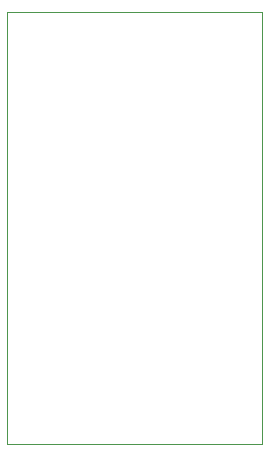
<source format=gbr>
%TF.GenerationSoftware,KiCad,Pcbnew,8.0.2*%
%TF.CreationDate,2024-05-26T11:04:38+01:00*%
%TF.ProjectId,FM1608-3458A-AdaptorV1.0,464d3136-3038-42d3-9334-3538412d4164,rev?*%
%TF.SameCoordinates,Original*%
%TF.FileFunction,Profile,NP*%
%FSLAX46Y46*%
G04 Gerber Fmt 4.6, Leading zero omitted, Abs format (unit mm)*
G04 Created by KiCad (PCBNEW 8.0.2) date 2024-05-26 11:04:38*
%MOMM*%
%LPD*%
G01*
G04 APERTURE LIST*
%TA.AperFunction,Profile*%
%ADD10C,0.100000*%
%TD*%
G04 APERTURE END LIST*
D10*
X157480000Y-75946000D02*
X157480000Y-112522000D01*
X135890000Y-75946000D02*
X157480000Y-75946000D01*
X135890000Y-112522000D02*
X135890000Y-75946000D01*
X157480000Y-112522000D02*
X135890000Y-112522000D01*
M02*

</source>
